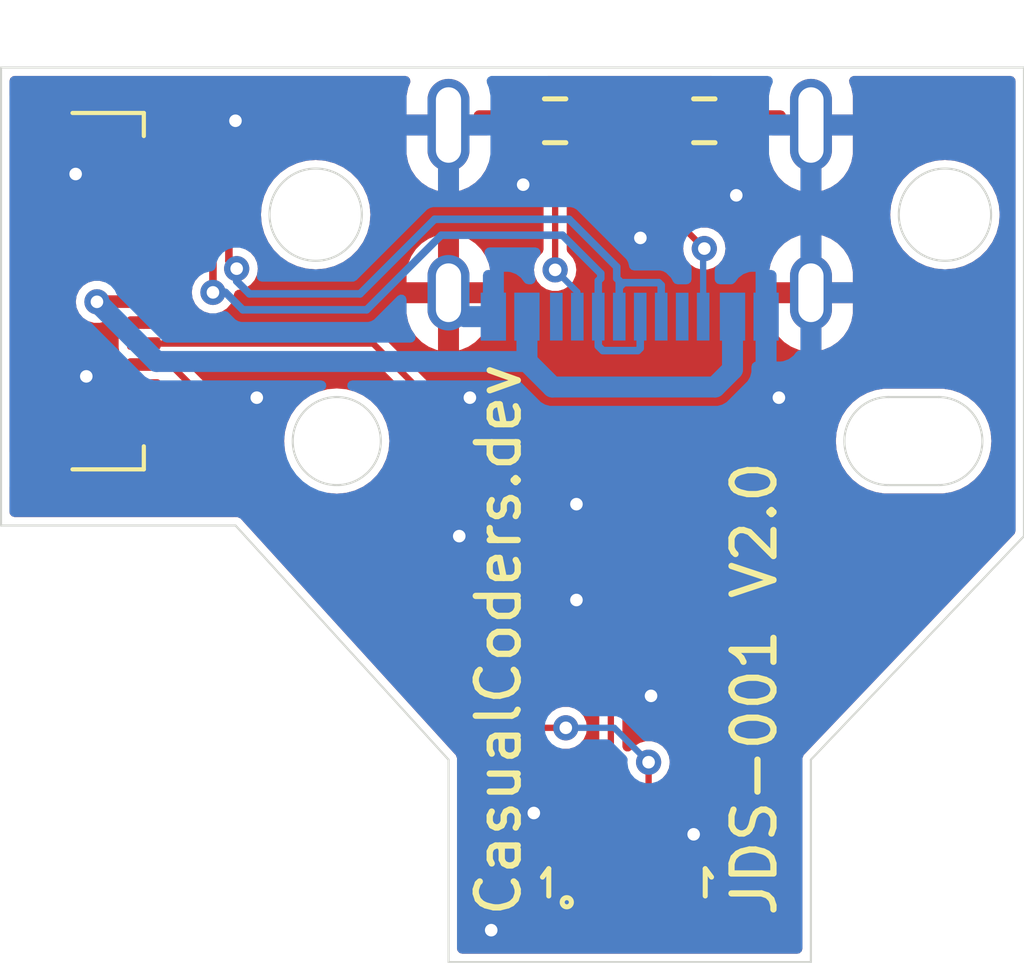
<source format=kicad_pcb>
(kicad_pcb (version 20240108) (generator "pcbnew") (generator_version "8.0")
  (layers (0 "F.Cu" signal) (31 "B.Cu" signal) (34 "B.Paste" user) (35 "F.Paste" user) (36 "B.SilkS" user "B.Silkscreen") (37 "F.SilkS" user "F.Silkscreen") (38 "B.Mask" user) (39 "F.Mask" user) (44 "Edge.Cuts" user))
  (net 0 "")
  (net 1 "GND")
  (net 2 "Net-(J1-CC1)")
  (net 3 "Net-(J1-CC2)")
  (net 4 "+5V")
  (net 5 "USBD+")
  (net 6 "USBD-")
  (net 9 "ANNODE")
  (net 10 "GREEN")
  (net 11 "RED")
  (net 12 "BLUE")
  (footprint "Resistor_SMD:R_0603_1608Metric_Pad0.98x0.95mm_HandSolder" (layer "F.Cu") (at 119.126 52.07 180)
    (property "Reference" "R2" (hide yes))
    (property "Value" "5.1k")
    (fp_line (start -0.254724 0.5225) (end 0.254724 0.5225) (stroke (width 0.12)) (layer "F.SilkS"))
    (fp_line (start -0.254724 -0.5225) (end 0.254724 -0.5225) (stroke (width 0.12)) (layer "F.SilkS"))
    (pad "1" smd roundrect (at -0.9125 0 180) (size 0.975 0.95) (layers "F.Cu" "F.Paste" "F.Mask") (net 1 "GND"))
    (pad "2" smd roundrect (at 0.9125 0 180) (size 0.975 0.95) (layers "F.Cu" "F.Paste" "F.Mask") (net 3 "Net-(J1-CC2)"))
  )
  (footprint "Resistor_SMD:R_0603_1608Metric_Pad0.98x0.95mm_HandSolder" (layer "F.Cu") (at 115.57 52.07)
    (property "Reference" "R1" (hide yes))
    (property "Value" "5.1k")
    (fp_line (start -0.254724 -0.5225) (end 0.254724 -0.5225) (stroke (width 0.12)) (layer "F.SilkS"))
    (fp_line (start -0.254724 0.5225) (end 0.254724 0.5225) (stroke (width 0.12)) (layer "F.SilkS"))
    (pad "1" smd roundrect (at -0.9125 0) (size 0.975 0.95) (layers "F.Cu" "F.Paste" "F.Mask") (net 1 "GND"))
    (pad "2" smd roundrect (at 0.9125 0) (size 0.975 0.95) (layers "F.Cu" "F.Paste" "F.Mask") (net 2 "Net-(J1-CC1)"))
  )
  (footprint "LED_Custom:FM-3510RGBA-SG" (layer "F.Cu") (at 117.348 70.358)
    (property "Reference" "D1" (hide yes))
    (property "Value" "LED_RAGB" (hide yes))
    (fp_line (start -1.93 -0.45) (end -2.08 -0.25) (stroke (width 0.12)) (layer "F.SilkS"))
    (fp_line (start -1.93 0.2) (end -1.93 -0.45) (stroke (width 0.12)) (layer "F.SilkS"))
    (fp_line (start 1.8 -0.45) (end 1.95 -0.25) (stroke (width 0.12)) (layer "F.SilkS"))
    (fp_line (start 1.8 0.2) (end 1.8 -0.45) (stroke (width 0.12)) (layer "F.SilkS"))
    (fp_circle (center -1.5 0.35) (end -1.45 0.35) (stroke (width 0.12)) (fill none) (layer "F.SilkS"))
    (pad "1" smd rect (at -1.52 -0.085) (size 0.6 0.5) (layers "F.Cu" "F.Paste" "F.Mask") (net 11 "RED"))
    (pad "2" smd rect (at -0.45 0.04) (size 0.44 0.75) (layers "F.Cu" "F.Paste" "F.Mask") (net 9 "ANNODE"))
    (pad "3" smd rect (at 0.45 0.04) (size 0.44 0.75) (layers "F.Cu" "F.Paste" "F.Mask") (net 10 "GREEN"))
    (pad "4" smd rect (at 1.4 -0.085) (size 0.6 0.5) (layers "F.Cu" "F.Paste" "F.Mask") (net 12 "BLUE"))
  )
  (footprint "Connector_Custom:FPC_Connector" (layer "F.Cu") (at 105.7656 56.134 -90)
    (property "Reference" "J2" (hide yes))
    (property "Value" "Conn_01x14" (hide yes))
    (fp_line (start -4.25 1.7) (end -4.25 0) (stroke (width 0.1)) (layer "F.SilkS"))
    (fp_line (start 4.25 1.7) (end 4.25 0) (stroke (width 0.1)) (layer "F.SilkS"))
    (fp_line (start -4.25 0) (end -3.7 0) (stroke (width 0.1)) (layer "F.SilkS"))
    (fp_line (start 4.25 0) (end 3.7 0) (stroke (width 0.1)) (layer "F.SilkS"))
    (pad "" smd roundrect (at -4.25 2.5 270) (size 0.4 0.8) (layers "F.Cu" "F.Paste" "F.Mask"))
    (pad "" smd roundrect (at 4.25 2.5 270) (size 0.4 0.8) (layers "F.Cu" "F.Paste" "F.Mask"))
    (pad "1" smd roundrect (at -3.25 0 270) (size 0.3 0.8) (layers "F.Cu" "F.Paste" "F.Mask") (net 1 "GND"))
    (pad "2" smd roundrect (at -2.75 0 270) (size 0.3 0.8) (layers "F.Cu" "F.Paste" "F.Mask") (net 1 "GND"))
    (pad "3" smd roundrect (at -2.25 0 270) (size 0.3 0.8) (layers "F.Cu" "F.Paste" "F.Mask") (net 5 "USBD+"))
    (pad "4" smd roundrect (at -1.75 0 270) (size 0.3 0.8) (layers "F.Cu" "F.Paste" "F.Mask") (net 1 "GND"))
    (pad "5" smd roundrect (at -1.25 0 270) (size 0.3 0.8) (layers "F.Cu" "F.Paste" "F.Mask") (net 6 "USBD-"))
    (pad "6" smd roundrect (at -0.75 0 270) (size 0.3 0.8) (layers "F.Cu" "F.Paste" "F.Mask") (net 1 "GND"))
    (pad "7" smd roundrect (at -0.25 0 270) (size 0.3 0.8) (layers "F.Cu" "F.Paste" "F.Mask") (net 4 "+5V"))
    (pad "8" smd roundrect (at 0.25 0 270) (size 0.3 0.8) (layers "F.Cu" "F.Paste" "F.Mask") (net 4 "+5V"))
    (pad "9" smd roundrect (at 0.75 0 270) (size 0.3 0.8) (layers "F.Cu" "F.Paste" "F.Mask") (net 4 "+5V"))
    (pad "10" smd roundrect (at 1.25 0 270) (size 0.3 0.8) (layers "F.Cu" "F.Paste" "F.Mask") (net 9 "ANNODE"))
    (pad "11" smd roundrect (at 1.75 0 270) (size 0.3 0.8) (layers "F.Cu" "F.Paste" "F.Mask") (net 10 "GREEN"))
    (pad "12" smd roundrect (at 2.25 0 270) (size 0.3 0.8) (layers "F.Cu" "F.Paste" "F.Mask") (net 11 "RED"))
    (pad "13" smd roundrect (at 2.75 0 270) (size 0.3 0.8) (layers "F.Cu" "F.Paste" "F.Mask") (net 12 "BLUE"))
    (pad "14" smd roundrect (at 3.25 0 270) (size 0.3 0.8) (layers "F.Cu" "F.Paste" "F.Mask") (net 1 "GND"))
  )
  (footprint "Connector_Custom:USB_C" (layer "B.Cu") (at 117.348 52.6965)
    (property "Reference" "J1" (hide yes))
    (property "Value" "USB_C_Receptacle_USB2.0" (hide yes))
    (pad "A1" smd rect (at -3.25 4.045) (size 0.6 1.14) (layers "B.Cu" "B.Paste" "B.Mask") (net 1 "GND"))
    (pad "A4" smd rect (at -2.45 4.045) (size 0.6 1.14) (layers "B.Cu" "B.Paste" "B.Mask") (net 4 "+5V"))
    (pad "A5" smd rect (at -1.25 4.045) (size 0.3 1.14) (layers "B.Cu" "B.Paste" "B.Mask") (net 2 "Net-(J1-CC1)"))
    (pad "A6" smd rect (at -0.25 4.045) (size 0.3 1.14) (layers "B.Cu" "B.Paste" "B.Mask") (net 5 "USBD+"))
    (pad "A7" smd rect (at 0.25 4.045) (size 0.3 1.14) (layers "B.Cu" "B.Paste" "B.Mask") (net 6 "USBD-"))
    (pad "A8" smd rect (at 1.25 4.045) (size 0.3 1.14) (layers "B.Cu" "B.Paste" "B.Mask"))
    (pad "A9" smd rect (at 2.45 4.045) (size 0.6 1.14) (layers "B.Cu" "B.Paste" "B.Mask") (net 4 "+5V"))
    (pad "A12" smd rect (at 3.25 4.045) (size 0.6 1.14) (layers "B.Cu" "B.Paste" "B.Mask") (net 1 "GND"))
    (pad "B1" smd rect (at 3.25 4.045) (size 0.6 1.14) (layers "B.Cu" "B.Paste" "B.Mask") (net 1 "GND"))
    (pad "B4" smd rect (at 2.45 4.045) (size 0.6 1.14) (layers "B.Cu" "B.Paste" "B.Mask") (net 4 "+5V"))
    (pad "B5" smd rect (at 1.75 4.045) (size 0.3 1.14) (layers "B.Cu" "B.Paste" "B.Mask") (net 3 "Net-(J1-CC2)"))
    (pad "B6" smd rect (at 0.75 4.045) (size 0.3 1.14) (layers "B.Cu" "B.Paste" "B.Mask") (net 5 "USBD+"))
    (pad "B7" smd rect (at -0.75 4.045) (size 0.3 1.14) (layers "B.Cu" "B.Paste" "B.Mask") (net 6 "USBD-"))
    (pad "B8" smd rect (at -1.75 4.045) (size 0.3 1.14) (layers "B.Cu" "B.Paste" "B.Mask"))
    (pad "B9" smd rect (at -2.45 4.045) (size 0.6 1.14) (layers "B.Cu" "B.Paste" "B.Mask") (net 4 "+5V"))
    (pad "B12" smd rect (at -3.25 4.045) (size 0.6 1.14) (layers "B.Cu" "B.Paste" "B.Mask") (net 1 "GND"))
    (pad "S1" thru_hole oval (at -4.32 -0.525) (size 1 2.2) (drill oval 0.6 1.8) (layers "*.Cu" "*.Mask") (net 1 "GND"))
    (pad "S1" thru_hole oval (at -4.32 3.475) (size 1 1.8) (drill oval 0.6 1.4) (layers "*.Cu" "*.Mask") (net 1 "GND"))
    (pad "S1" thru_hole oval (at 4.32 -0.525) (size 1 2.2) (drill oval 0.6 1.8) (layers "*.Cu" "*.Mask") (net 1 "GND"))
    (pad "S1" thru_hole oval (at 4.32 3.475) (size 1 1.8) (drill oval 0.6 1.4) (layers "*.Cu" "*.Mask") (net 1 "GND"))
  )
  (gr_line (start 124.7149 60.75922) (end 123.5149 60.75922) (stroke (width 0.05)) (layer "Edge.Cuts"))
  (gr_line (start 121.666 72.136) (end 121.666 67.30962) (stroke (width 0.05)) (layer "Edge.Cuts"))
  (gr_circle (center 124.86212 54.30922) (end 123.76212 54.30922) (stroke (width 0.05)) (fill none) (layer "Edge.Cuts"))
  (gr_arc (start 123.5149 60.75922) (mid 122.46488 59.70922) (end 123.5149 58.65922) (stroke (width 0.05)) (layer "Edge.Cuts"))
  (gr_line (start 121.666 67.30962) (end 126.746 61.976) (stroke (width 0.05)) (layer "Edge.Cuts"))
  (gr_line (start 126.746 61.976) (end 126.746 50.8) (stroke (width 0.05)) (layer "Edge.Cuts"))
  (gr_line (start 126.746 50.8) (end 102.362 50.8) (stroke (width 0.05)) (layer "Edge.Cuts"))
  (gr_circle (center 110.3649 59.70922) (end 109.3149 59.70922) (stroke (width 0.05)) (fill none) (layer "Edge.Cuts"))
  (gr_line (start 113.03 72.136) (end 113.03 67.31) (stroke (width 0.05)) (layer "Edge.Cuts"))
  (gr_arc (start 124.7149 58.65922) (mid 125.76488 59.70922) (end 124.7149 60.75922) (stroke (width 0.05)) (layer "Edge.Cuts"))
  (gr_line (start 113.03 67.31) (end 107.95 61.722) (stroke (width 0.05)) (layer "Edge.Cuts"))
  (gr_line (start 102.362 50.8) (end 102.362 61.722) (stroke (width 0.05)) (layer "Edge.Cuts"))
  (gr_line (start 123.5149 58.65922) (end 124.7149 58.65922) (stroke (width 0.05)) (layer "Edge.Cuts"))
  (gr_circle (center 109.86212 54.30922) (end 108.76212 54.30922) (stroke (width 0.05)) (fill none) (layer "Edge.Cuts"))
  (gr_line (start 102.362 61.722) (end 107.95 61.722) (stroke (width 0.05)) (layer "Edge.Cuts"))
  (gr_line (start 113.03 72.136) (end 121.666 72.136) (stroke (width 0.05)) (layer "Edge.Cuts"))
  (gr_text "CasualCoders.dev" (at 114.808 71.12 90) (layer "F.SilkS") (effects (font (size 1 1)) (justify left bottom)))
  (gr_text "JDS-001 V2.0" (at 120.904 71.12 90) (layer "F.SilkS") (effects (font (size 1 1)) (justify left bottom)))
  (segment (start 105.765 55.384) (end 106.922 55.384) (width 0.3) (layer "F.Cu") (net 1))
  (segment (start 104.184 53.384) (end 104.14 53.34) (width 0.3) (layer "F.Cu") (net 1))
  (segment (start 105.7656 53.384) (end 105.7656 52.884) (width 0.2) (layer "F.Cu") (net 1))
  (segment (start 105.765 53.384) (end 104.184 53.384) (width 0.3) (layer "F.Cu") (net 1))
  (segment (start 105.765 53.384) (end 107.144 53.384) (width 0.3) (layer "F.Cu") (net 1))
  (segment (start 105.765 55.384) (end 104.152 55.384) (width 0.3) (layer "F.Cu") (net 1))
  (segment (start 105.765 54.384) (end 104.648 54.384) (width 0.3) (layer "F.Cu") (net 1))
  (via (at 117.602 54.864) (size 0.6) (drill 0.3) (layers "F.Cu" "B.Cu") (net 1))
  (via (at 119.888 53.848) (size 0.6) (drill 0.3) (layers "F.Cu" "B.Cu") (net 1))
  (via (at 116.078 61.214) (size 0.6) (drill 0.3) (layers "F.Cu" "B.Cu") (net 1))
  (via (at 108.458 58.674) (size 0.6) (drill 0.3) (layers "F.Cu" "B.Cu") (net 1))
  (via (at 118.872 69.088) (size 0.6) (drill 0.3) (layers "F.Cu" "B.Cu") (net 1))
  (via (at 117.856 65.786) (size 0.6) (drill 0.3) (layers "F.Cu" "B.Cu") (net 1))
  (via (at 116.078 63.5) (size 0.6) (drill 0.3) (layers "F.Cu" "B.Cu") (net 1))
  (via (at 115.062 68.58) (size 0.6) (drill 0.3) (layers "F.Cu" "B.Cu") (net 1))
  (via (at 114.046 71.374) (size 0.6) (drill 0.3) (layers "F.Cu" "B.Cu") (net 1))
  (via (at 104.394 58.166) (size 0.6) (drill 0.3) (layers "F.Cu" "B.Cu") (net 1))
  (via (at 120.904 58.674) (size 0.6) (drill 0.3) (layers "F.Cu" "B.Cu") (net 1))
  (via (at 114.808 53.594) (size 0.6) (drill 0.3) (layers "F.Cu" "B.Cu") (net 1))
  (via (at 104.14 53.34) (size 0.6) (drill 0.3) (layers "F.Cu" "B.Cu") (net 1))
  (via (at 113.538 58.674) (size 0.6) (drill 0.3) (layers "F.Cu" "B.Cu") (net 1))
  (via (at 107.95 52.07) (size 0.6) (drill 0.3) (layers "F.Cu" "B.Cu") (net 1))
  (via (at 113.284 61.976) (size 0.6) (drill 0.3) (layers "F.Cu" "B.Cu") (net 1))
  (segment (start 115.57 52.9825) (end 116.4825 52.07) (width 0.15) (layer "F.Cu") (net 2))
  (segment (start 115.57 55.626) (end 115.57 52.9825) (width 0.15) (layer "F.Cu") (net 2))
  (via (at 115.57 55.626) (size 0.6) (drill 0.3) (layers "F.Cu" "B.Cu") (net 2))
  (segment (start 116.098 56.154) (end 115.57 55.626) (width 0.15) (layer "B.Cu") (net 2))
  (segment (start 116.098 56.7415) (end 116.098 56.154) (width 0.15) (layer "B.Cu") (net 2))
  (segment (start 119.126 55.118) (end 118.2135 54.2055) (width 0.15) (layer "F.Cu") (net 3))
  (segment (start 118.2135 54.2055) (end 118.2135 52.07) (width 0.15) (layer "F.Cu") (net 3))
  (via (at 119.126 55.118) (size 0.6) (drill 0.3) (layers "F.Cu" "B.Cu") (net 3))
  (segment (start 119.098 55.146) (end 119.126 55.118) (width 0.15) (layer "B.Cu") (net 3))
  (segment (start 119.098 56.7415) (end 119.098 55.146) (width 0.15) (layer "B.Cu") (net 3))
  (segment (start 105.765 55.884) (end 105.765 56.884) (width 0.3) (layer "F.Cu") (net 4))
  (segment (start 104.652 56.384) (end 104.648 56.388) (width 0.3) (layer "F.Cu") (net 4))
  (segment (start 105.765 56.384) (end 104.652 56.384) (width 0.3) (layer "F.Cu") (net 4))
  (via (at 104.648 56.388) (size 0.6) (drill 0.3) (layers "F.Cu" "B.Cu") (net 4))
  (segment (start 114.898 57.8115) (end 114.898 56.7415) (width 0.5) (layer "B.Cu") (net 4))
  (segment (start 106.0715 57.8115) (end 104.648 56.388) (width 0.5) (layer "B.Cu") (net 4))
  (segment (start 119.798 56.7415) (end 119.798 58.002) (width 0.5) (layer "B.Cu") (net 4))
  (segment (start 119.38 58.42) (end 115.5065 58.42) (width 0.5) (layer "B.Cu") (net 4))
  (segment (start 114.898 57.8115) (end 106.0715 57.8115) (width 0.5) (layer "B.Cu") (net 4))
  (segment (start 115.5065 58.42) (end 114.898 57.8115) (width 0.5) (layer "B.Cu") (net 4))
  (segment (start 119.798 58.002) (end 119.38 58.42) (width 0.5) (layer "B.Cu") (net 4))
  (segment (start 106.365001 53.884) (end 106.675001 54.194) (width 0.18) (layer "F.Cu") (net 5))
  (segment (start 107.793158 54.941834) (end 107.793158 55.411472) (width 0.18) (layer "F.Cu") (net 5))
  (segment (start 105.765 53.884) (end 106.365001 53.884) (width 0.18) (layer "F.Cu") (net 5))
  (segment (start 107.045324 54.194) (end 107.793158 54.941834) (width 0.18) (layer "F.Cu") (net 5))
  (segment (start 107.793158 55.411472) (end 107.978843 55.597157) (width 0.18) (layer "F.Cu") (net 5))
  (segment (start 106.675001 54.194) (end 107.045324 54.194) (width 0.18) (layer "F.Cu") (net 5))
  (via (at 107.978843 55.597157) (size 0.6) (drill 0.3) (layers "F.Cu" "B.Cu") (net 5))
  (segment (start 115.902702 54.42) (end 112.697298 54.42) (width 0.18) (layer "B.Cu") (net 5))
  (segment (start 107.978843 55.894142) (end 107.978843 55.597157) (width 0.18) (layer "B.Cu") (net 5))
  (segment (start 117.098 56.7415) (end 117.098 56.0415) (width 0.18) (layer "B.Cu") (net 5))
  (segment (start 117.038 55.555298) (end 115.902702 54.42) (width 0.18) (layer "B.Cu") (net 5))
  (segment (start 117.098 55.886499) (end 117.038 55.826499) (width 0.18) (layer "B.Cu") (net 5))
  (segment (start 112.697298 54.42) (end 110.919298 56.198) (width 0.18) (layer "B.Cu") (net 5))
  (segment (start 118.038 55.9315) (end 118.098 55.9915) (width 0.18) (layer "B.Cu") (net 5))
  (segment (start 108.282701 56.198) (end 107.978843 55.894142) (width 0.18) (layer "B.Cu") (net 5))
  (segment (start 117.098 56.7415) (end 117.098 55.886499) (width 0.18) (layer "B.Cu") (net 5))
  (segment (start 117.208 55.9315) (end 118.038 55.9315) (width 0.18) (layer "B.Cu") (net 5))
  (segment (start 117.038 55.826499) (end 117.038 55.555298) (width 0.18) (layer "B.Cu") (net 5))
  (segment (start 110.919298 56.198) (end 108.282701 56.198) (width 0.18) (layer "B.Cu") (net 5))
  (segment (start 117.098 56.0415) (end 117.208 55.9315) (width 0.18) (layer "B.Cu") (net 5))
  (segment (start 118.098 55.9915) (end 118.098 56.7415) (width 0.18) (layer "B.Cu") (net 5))
  (segment (start 107.413157 55.099237) (end 107.413157 56.162843) (width 0.18) (layer "F.Cu") (net 6))
  (segment (start 105.765 54.884) (end 106.365001 54.884) (width 0.18) (layer "F.Cu") (net 6))
  (segment (start 106.365001 54.884) (end 106.675001 54.574) (width 0.18) (layer "F.Cu") (net 6))
  (segment (start 106.88792 54.574) (end 107.413157 55.099237) (width 0.18) (layer "F.Cu") (net 6))
  (segment (start 106.675001 54.574) (end 106.88792 54.574) (width 0.18) (layer "F.Cu") (net 6))
  (via (at 107.413157 56.162843) (size 0.6) (drill 0.3) (layers "F.Cu" "B.Cu") (net 6))
  (segment (start 117.538 57.5515) (end 117.598 57.4915) (width 0.18) (layer "B.Cu") (net 6))
  (segment (start 116.598 56.7415) (end 116.598 55.886499) (width 0.18) (layer "B.Cu") (net 6))
  (segment (start 116.598 57.4415) (end 116.708 57.5515) (width 0.18) (layer "B.Cu") (net 6))
  (segment (start 117.598 57.4915) (end 117.598 56.7415) (width 0.18) (layer "B.Cu") (net 6))
  (segment (start 116.658 55.712702) (end 115.745298 54.8) (width 0.18) (layer "B.Cu") (net 6))
  (segment (start 111.076702 56.578) (end 108.125299 56.578) (width 0.18) (layer "B.Cu") (net 6))
  (segment (start 116.708 57.5515) (end 117.538 57.5515) (width 0.18) (layer "B.Cu") (net 6))
  (segment (start 115.745298 54.8) (end 112.854702 54.8) (width 0.18) (layer "B.Cu") (net 6))
  (segment (start 116.598 56.7415) (end 116.598 57.4415) (width 0.18) (layer "B.Cu") (net 6))
  (segment (start 112.854702 54.8) (end 111.076702 56.578) (width 0.18) (layer "B.Cu") (net 6))
  (segment (start 116.598 55.886499) (end 116.658 55.826499) (width 0.18) (layer "B.Cu") (net 6))
  (segment (start 108.125299 56.578) (end 107.710142 56.162843) (width 0.18) (layer "B.Cu") (net 6))
  (segment (start 116.658 55.826499) (end 116.658 55.712702) (width 0.18) (layer "B.Cu") (net 6))
  (segment (start 107.710142 56.162843) (end 107.413157 56.162843) (width 0.18) (layer "B.Cu") (net 6))
  (segment (start 111.232 57.384) (end 116.898 63.05) (width 0.15) (layer "F.Cu") (net 9))
  (segment (start 116.898 63.05) (end 116.898 70.398) (width 0.15) (layer "F.Cu") (net 9))
  (segment (start 105.765 57.384) (end 111.232 57.384) (width 0.15) (layer "F.Cu") (net 9))
  (segment (start 106.398 57.884) (end 107.696 59.182) (width 0.15) (layer "F.Cu") (net 10))
  (segment (start 115.062 66.548) (end 115.824 66.548) (width 0.15) (layer "F.Cu") (net 10))
  (segment (start 117.798 67.368) (end 117.798 70.398) (width 0.15) (layer "F.Cu") (net 10))
  (segment (start 113.03 64.516) (end 115.062 66.548) (width 0.15) (layer "F.Cu") (net 10))
  (segment (start 105.765 57.884) (end 106.398 57.884) (width 0.15) (layer "F.Cu") (net 10))
  (segment (start 107.696 59.182) (end 113.03 64.516) (width 0.15) (layer "F.Cu") (net 10))
  (via (at 115.824 66.548) (size 0.6) (drill 0.3) (layers "F.Cu" "B.Cu") (net 10))
  (via (at 117.798 67.368) (size 0.6) (drill 0.3) (layers "F.Cu" "B.Cu") (net 10))
  (segment (start 117.798 67.368) (end 116.978 66.548) (width 0.15) (layer "B.Cu") (net 10))
  (segment (start 116.978 66.548) (end 115.824 66.548) (width 0.15) (layer "B.Cu") (net 10))
  (segment (start 106.39 58.384) (end 105.765 58.384) (width 0.15) (layer "F.Cu") (net 11))
  (segment (start 115.828 67.822) (end 106.39 58.384) (width 0.15) (layer "F.Cu") (net 11))
  (segment (start 115.828 70.273) (end 115.828 67.822) (width 0.15) (layer "F.Cu") (net 11))
  (segment (start 115.062 71.374) (end 118.11 71.374) (width 0.15) (layer "F.Cu") (net 12))
  (segment (start 105.765 58.884) (end 106.382 58.884) (width 0.15) (layer "F.Cu") (net 12))
  (segment (start 114.3 66.802) (end 114.3 70.612) (width 0.15) (layer "F.Cu") (net 12))
  (segment (start 118.748 70.736) (end 118.748 70.273) (width 0.15) (layer "F.Cu") (net 12))
  (segment (start 118.11 71.374) (end 118.748 70.736) (width 0.15) (layer "F.Cu") (net 12))
  (segment (start 114.3 70.612) (end 115.062 71.374) (width 0.15) (layer "F.Cu") (net 12))
  (segment (start 106.382 58.884) (end 114.3 66.802) (width 0.15) (layer "F.Cu") (net 12))
  (zone (net 1) (net_name "GND") (layers "F&B.Cu") (connect_pads (clearance 0.2)) (min_thickness 0.25) (fill yes (thermal_gap 0.5) (thermal_bridge_width 0.5))
    (polygon (pts (xy 121.666 72.136) (xy 121.666 67.31) (xy 126.746 61.976) (xy 126.746 50.8) (xy 102.362 50.8) (xy 102.362 61.722) (xy 107.95 61.722) (xy 113.03 67.31) (xy 113.03 72.136)))
  )
)
</source>
